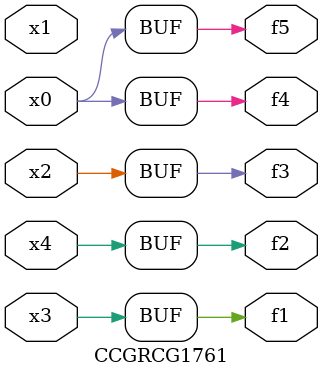
<source format=v>
module CCGRCG1761(
	input x0, x1, x2, x3, x4,
	output f1, f2, f3, f4, f5
);
	assign f1 = x3;
	assign f2 = x4;
	assign f3 = x2;
	assign f4 = x0;
	assign f5 = x0;
endmodule

</source>
